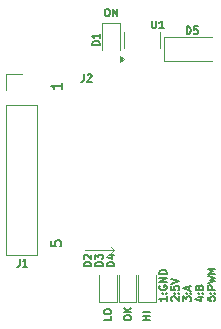
<source format=gbr>
%TF.GenerationSoftware,KiCad,Pcbnew,8.0.6-8.0.6-0~ubuntu24.04.1*%
%TF.CreationDate,2024-12-03T19:51:49-08:00*%
%TF.ProjectId,mag-encoder,6d61672d-656e-4636-9f64-65722e6b6963,4*%
%TF.SameCoordinates,Original*%
%TF.FileFunction,Legend,Top*%
%TF.FilePolarity,Positive*%
%FSLAX46Y46*%
G04 Gerber Fmt 4.6, Leading zero omitted, Abs format (unit mm)*
G04 Created by KiCad (PCBNEW 8.0.6-8.0.6-0~ubuntu24.04.1) date 2024-12-03 19:51:49*
%MOMM*%
%LPD*%
G01*
G04 APERTURE LIST*
%ADD10C,0.100000*%
%ADD11C,0.152400*%
%ADD12C,0.127000*%
%ADD13C,0.120000*%
G04 APERTURE END LIST*
D10*
X226796600Y-130810000D02*
X229235000Y-130810000D01*
X229235000Y-130810000D02*
X228955600Y-131038600D01*
X229235000Y-130810000D02*
X228955600Y-130581400D01*
D11*
X224800279Y-116687599D02*
X224800279Y-117195599D01*
X224800279Y-116941599D02*
X223911279Y-116941599D01*
X223911279Y-116941599D02*
X224038279Y-117026266D01*
X224038279Y-117026266D02*
X224122946Y-117110933D01*
X224122946Y-117110933D02*
X224165279Y-117195599D01*
D12*
X233700531Y-134738438D02*
X233700531Y-135101295D01*
X233700531Y-134919867D02*
X233065531Y-134919867D01*
X233065531Y-134919867D02*
X233156245Y-134980343D01*
X233156245Y-134980343D02*
X233216721Y-135040819D01*
X233216721Y-135040819D02*
X233246959Y-135101295D01*
X233640054Y-134466295D02*
X233670293Y-134436057D01*
X233670293Y-134436057D02*
X233700531Y-134466295D01*
X233700531Y-134466295D02*
X233670293Y-134496533D01*
X233670293Y-134496533D02*
X233640054Y-134466295D01*
X233640054Y-134466295D02*
X233700531Y-134466295D01*
X233307435Y-134466295D02*
X233337673Y-134436057D01*
X233337673Y-134436057D02*
X233367912Y-134466295D01*
X233367912Y-134466295D02*
X233337673Y-134496533D01*
X233337673Y-134496533D02*
X233307435Y-134466295D01*
X233307435Y-134466295D02*
X233367912Y-134466295D01*
X233095769Y-133831295D02*
X233065531Y-133891771D01*
X233065531Y-133891771D02*
X233065531Y-133982485D01*
X233065531Y-133982485D02*
X233095769Y-134073200D01*
X233095769Y-134073200D02*
X233156245Y-134133676D01*
X233156245Y-134133676D02*
X233216721Y-134163914D01*
X233216721Y-134163914D02*
X233337673Y-134194152D01*
X233337673Y-134194152D02*
X233428388Y-134194152D01*
X233428388Y-134194152D02*
X233549340Y-134163914D01*
X233549340Y-134163914D02*
X233609816Y-134133676D01*
X233609816Y-134133676D02*
X233670293Y-134073200D01*
X233670293Y-134073200D02*
X233700531Y-133982485D01*
X233700531Y-133982485D02*
X233700531Y-133922009D01*
X233700531Y-133922009D02*
X233670293Y-133831295D01*
X233670293Y-133831295D02*
X233640054Y-133801057D01*
X233640054Y-133801057D02*
X233428388Y-133801057D01*
X233428388Y-133801057D02*
X233428388Y-133922009D01*
X233700531Y-133528914D02*
X233065531Y-133528914D01*
X233065531Y-133528914D02*
X233700531Y-133166057D01*
X233700531Y-133166057D02*
X233065531Y-133166057D01*
X233700531Y-132863676D02*
X233065531Y-132863676D01*
X233065531Y-132863676D02*
X233065531Y-132712486D01*
X233065531Y-132712486D02*
X233095769Y-132621771D01*
X233095769Y-132621771D02*
X233156245Y-132561295D01*
X233156245Y-132561295D02*
X233216721Y-132531057D01*
X233216721Y-132531057D02*
X233337673Y-132500819D01*
X233337673Y-132500819D02*
X233428388Y-132500819D01*
X233428388Y-132500819D02*
X233549340Y-132531057D01*
X233549340Y-132531057D02*
X233609816Y-132561295D01*
X233609816Y-132561295D02*
X233670293Y-132621771D01*
X233670293Y-132621771D02*
X233700531Y-132712486D01*
X233700531Y-132712486D02*
X233700531Y-132863676D01*
X234148321Y-135101295D02*
X234118083Y-135071057D01*
X234118083Y-135071057D02*
X234087845Y-135010581D01*
X234087845Y-135010581D02*
X234087845Y-134859390D01*
X234087845Y-134859390D02*
X234118083Y-134798914D01*
X234118083Y-134798914D02*
X234148321Y-134768676D01*
X234148321Y-134768676D02*
X234208797Y-134738438D01*
X234208797Y-134738438D02*
X234269273Y-134738438D01*
X234269273Y-134738438D02*
X234359987Y-134768676D01*
X234359987Y-134768676D02*
X234722845Y-135131533D01*
X234722845Y-135131533D02*
X234722845Y-134738438D01*
X234662368Y-134466295D02*
X234692607Y-134436057D01*
X234692607Y-134436057D02*
X234722845Y-134466295D01*
X234722845Y-134466295D02*
X234692607Y-134496533D01*
X234692607Y-134496533D02*
X234662368Y-134466295D01*
X234662368Y-134466295D02*
X234722845Y-134466295D01*
X234329749Y-134466295D02*
X234359987Y-134436057D01*
X234359987Y-134436057D02*
X234390226Y-134466295D01*
X234390226Y-134466295D02*
X234359987Y-134496533D01*
X234359987Y-134496533D02*
X234329749Y-134466295D01*
X234329749Y-134466295D02*
X234390226Y-134466295D01*
X234087845Y-133861533D02*
X234087845Y-134163914D01*
X234087845Y-134163914D02*
X234390226Y-134194152D01*
X234390226Y-134194152D02*
X234359987Y-134163914D01*
X234359987Y-134163914D02*
X234329749Y-134103438D01*
X234329749Y-134103438D02*
X234329749Y-133952247D01*
X234329749Y-133952247D02*
X234359987Y-133891771D01*
X234359987Y-133891771D02*
X234390226Y-133861533D01*
X234390226Y-133861533D02*
X234450702Y-133831295D01*
X234450702Y-133831295D02*
X234601892Y-133831295D01*
X234601892Y-133831295D02*
X234662368Y-133861533D01*
X234662368Y-133861533D02*
X234692607Y-133891771D01*
X234692607Y-133891771D02*
X234722845Y-133952247D01*
X234722845Y-133952247D02*
X234722845Y-134103438D01*
X234722845Y-134103438D02*
X234692607Y-134163914D01*
X234692607Y-134163914D02*
X234662368Y-134194152D01*
X234087845Y-133649866D02*
X234722845Y-133438200D01*
X234722845Y-133438200D02*
X234087845Y-133226533D01*
X235110159Y-135131533D02*
X235110159Y-134738438D01*
X235110159Y-134738438D02*
X235352063Y-134950105D01*
X235352063Y-134950105D02*
X235352063Y-134859390D01*
X235352063Y-134859390D02*
X235382301Y-134798914D01*
X235382301Y-134798914D02*
X235412540Y-134768676D01*
X235412540Y-134768676D02*
X235473016Y-134738438D01*
X235473016Y-134738438D02*
X235624206Y-134738438D01*
X235624206Y-134738438D02*
X235684682Y-134768676D01*
X235684682Y-134768676D02*
X235714921Y-134798914D01*
X235714921Y-134798914D02*
X235745159Y-134859390D01*
X235745159Y-134859390D02*
X235745159Y-135040819D01*
X235745159Y-135040819D02*
X235714921Y-135101295D01*
X235714921Y-135101295D02*
X235684682Y-135131533D01*
X235684682Y-134466295D02*
X235714921Y-134436057D01*
X235714921Y-134436057D02*
X235745159Y-134466295D01*
X235745159Y-134466295D02*
X235714921Y-134496533D01*
X235714921Y-134496533D02*
X235684682Y-134466295D01*
X235684682Y-134466295D02*
X235745159Y-134466295D01*
X235352063Y-134466295D02*
X235382301Y-134436057D01*
X235382301Y-134436057D02*
X235412540Y-134466295D01*
X235412540Y-134466295D02*
X235382301Y-134496533D01*
X235382301Y-134496533D02*
X235352063Y-134466295D01*
X235352063Y-134466295D02*
X235412540Y-134466295D01*
X235563730Y-134194152D02*
X235563730Y-133891771D01*
X235745159Y-134254628D02*
X235110159Y-134042962D01*
X235110159Y-134042962D02*
X235745159Y-133831295D01*
X236344139Y-134798914D02*
X236767473Y-134798914D01*
X236102235Y-134950105D02*
X236555806Y-135101295D01*
X236555806Y-135101295D02*
X236555806Y-134708200D01*
X236706996Y-134466295D02*
X236737235Y-134436057D01*
X236737235Y-134436057D02*
X236767473Y-134466295D01*
X236767473Y-134466295D02*
X236737235Y-134496533D01*
X236737235Y-134496533D02*
X236706996Y-134466295D01*
X236706996Y-134466295D02*
X236767473Y-134466295D01*
X236374377Y-134466295D02*
X236404615Y-134436057D01*
X236404615Y-134436057D02*
X236434854Y-134466295D01*
X236434854Y-134466295D02*
X236404615Y-134496533D01*
X236404615Y-134496533D02*
X236374377Y-134466295D01*
X236374377Y-134466295D02*
X236434854Y-134466295D01*
X236434854Y-133952247D02*
X236465092Y-133861533D01*
X236465092Y-133861533D02*
X236495330Y-133831295D01*
X236495330Y-133831295D02*
X236555806Y-133801057D01*
X236555806Y-133801057D02*
X236646520Y-133801057D01*
X236646520Y-133801057D02*
X236706996Y-133831295D01*
X236706996Y-133831295D02*
X236737235Y-133861533D01*
X236737235Y-133861533D02*
X236767473Y-133922009D01*
X236767473Y-133922009D02*
X236767473Y-134163914D01*
X236767473Y-134163914D02*
X236132473Y-134163914D01*
X236132473Y-134163914D02*
X236132473Y-133952247D01*
X236132473Y-133952247D02*
X236162711Y-133891771D01*
X236162711Y-133891771D02*
X236192949Y-133861533D01*
X236192949Y-133861533D02*
X236253425Y-133831295D01*
X236253425Y-133831295D02*
X236313901Y-133831295D01*
X236313901Y-133831295D02*
X236374377Y-133861533D01*
X236374377Y-133861533D02*
X236404615Y-133891771D01*
X236404615Y-133891771D02*
X236434854Y-133952247D01*
X236434854Y-133952247D02*
X236434854Y-134163914D01*
X237154787Y-134768676D02*
X237154787Y-135071057D01*
X237154787Y-135071057D02*
X237457168Y-135101295D01*
X237457168Y-135101295D02*
X237426929Y-135071057D01*
X237426929Y-135071057D02*
X237396691Y-135010581D01*
X237396691Y-135010581D02*
X237396691Y-134859390D01*
X237396691Y-134859390D02*
X237426929Y-134798914D01*
X237426929Y-134798914D02*
X237457168Y-134768676D01*
X237457168Y-134768676D02*
X237517644Y-134738438D01*
X237517644Y-134738438D02*
X237668834Y-134738438D01*
X237668834Y-134738438D02*
X237729310Y-134768676D01*
X237729310Y-134768676D02*
X237759549Y-134798914D01*
X237759549Y-134798914D02*
X237789787Y-134859390D01*
X237789787Y-134859390D02*
X237789787Y-135010581D01*
X237789787Y-135010581D02*
X237759549Y-135071057D01*
X237759549Y-135071057D02*
X237729310Y-135101295D01*
X237729310Y-134466295D02*
X237759549Y-134436057D01*
X237759549Y-134436057D02*
X237789787Y-134466295D01*
X237789787Y-134466295D02*
X237759549Y-134496533D01*
X237759549Y-134496533D02*
X237729310Y-134466295D01*
X237729310Y-134466295D02*
X237789787Y-134466295D01*
X237396691Y-134466295D02*
X237426929Y-134436057D01*
X237426929Y-134436057D02*
X237457168Y-134466295D01*
X237457168Y-134466295D02*
X237426929Y-134496533D01*
X237426929Y-134496533D02*
X237396691Y-134466295D01*
X237396691Y-134466295D02*
X237457168Y-134466295D01*
X237789787Y-134163914D02*
X237154787Y-134163914D01*
X237154787Y-134163914D02*
X237154787Y-133922009D01*
X237154787Y-133922009D02*
X237185025Y-133861533D01*
X237185025Y-133861533D02*
X237215263Y-133831295D01*
X237215263Y-133831295D02*
X237275739Y-133801057D01*
X237275739Y-133801057D02*
X237366453Y-133801057D01*
X237366453Y-133801057D02*
X237426929Y-133831295D01*
X237426929Y-133831295D02*
X237457168Y-133861533D01*
X237457168Y-133861533D02*
X237487406Y-133922009D01*
X237487406Y-133922009D02*
X237487406Y-134163914D01*
X237154787Y-133589390D02*
X237789787Y-133438200D01*
X237789787Y-133438200D02*
X237336215Y-133317247D01*
X237336215Y-133317247D02*
X237789787Y-133196295D01*
X237789787Y-133196295D02*
X237154787Y-133045105D01*
X237789787Y-132803200D02*
X237154787Y-132803200D01*
X237154787Y-132803200D02*
X237608358Y-132591533D01*
X237608358Y-132591533D02*
X237154787Y-132379867D01*
X237154787Y-132379867D02*
X237789787Y-132379867D01*
D11*
X223885879Y-130014133D02*
X223885879Y-130437466D01*
X223885879Y-130437466D02*
X224309212Y-130479799D01*
X224309212Y-130479799D02*
X224266879Y-130437466D01*
X224266879Y-130437466D02*
X224224546Y-130352799D01*
X224224546Y-130352799D02*
X224224546Y-130141133D01*
X224224546Y-130141133D02*
X224266879Y-130056466D01*
X224266879Y-130056466D02*
X224309212Y-130014133D01*
X224309212Y-130014133D02*
X224393879Y-129971799D01*
X224393879Y-129971799D02*
X224605546Y-129971799D01*
X224605546Y-129971799D02*
X224690212Y-130014133D01*
X224690212Y-130014133D02*
X224732546Y-130056466D01*
X224732546Y-130056466D02*
X224774879Y-130141133D01*
X224774879Y-130141133D02*
X224774879Y-130352799D01*
X224774879Y-130352799D02*
X224732546Y-130437466D01*
X224732546Y-130437466D02*
X224690212Y-130479799D01*
D12*
X228023559Y-113473290D02*
X227388559Y-113473290D01*
X227388559Y-113473290D02*
X227388559Y-113322100D01*
X227388559Y-113322100D02*
X227418797Y-113231385D01*
X227418797Y-113231385D02*
X227479273Y-113170909D01*
X227479273Y-113170909D02*
X227539749Y-113140671D01*
X227539749Y-113140671D02*
X227660701Y-113110433D01*
X227660701Y-113110433D02*
X227751416Y-113110433D01*
X227751416Y-113110433D02*
X227872368Y-113140671D01*
X227872368Y-113140671D02*
X227932844Y-113170909D01*
X227932844Y-113170909D02*
X227993321Y-113231385D01*
X227993321Y-113231385D02*
X228023559Y-113322100D01*
X228023559Y-113322100D02*
X228023559Y-113473290D01*
X228023559Y-112505671D02*
X228023559Y-112868528D01*
X228023559Y-112687100D02*
X227388559Y-112687100D01*
X227388559Y-112687100D02*
X227479273Y-112747576D01*
X227479273Y-112747576D02*
X227539749Y-112808052D01*
X227539749Y-112808052D02*
X227569987Y-112868528D01*
X228587904Y-110370759D02*
X228708857Y-110370759D01*
X228708857Y-110370759D02*
X228769333Y-110400997D01*
X228769333Y-110400997D02*
X228829809Y-110461473D01*
X228829809Y-110461473D02*
X228860047Y-110582425D01*
X228860047Y-110582425D02*
X228860047Y-110794092D01*
X228860047Y-110794092D02*
X228829809Y-110915044D01*
X228829809Y-110915044D02*
X228769333Y-110975521D01*
X228769333Y-110975521D02*
X228708857Y-111005759D01*
X228708857Y-111005759D02*
X228587904Y-111005759D01*
X228587904Y-111005759D02*
X228527428Y-110975521D01*
X228527428Y-110975521D02*
X228466952Y-110915044D01*
X228466952Y-110915044D02*
X228436714Y-110794092D01*
X228436714Y-110794092D02*
X228436714Y-110582425D01*
X228436714Y-110582425D02*
X228466952Y-110461473D01*
X228466952Y-110461473D02*
X228527428Y-110400997D01*
X228527428Y-110400997D02*
X228587904Y-110370759D01*
X229132190Y-111005759D02*
X229132190Y-110370759D01*
X229132190Y-110370759D02*
X229495047Y-111005759D01*
X229495047Y-111005759D02*
X229495047Y-110370759D01*
X227286959Y-132167690D02*
X226651959Y-132167690D01*
X226651959Y-132167690D02*
X226651959Y-132016500D01*
X226651959Y-132016500D02*
X226682197Y-131925785D01*
X226682197Y-131925785D02*
X226742673Y-131865309D01*
X226742673Y-131865309D02*
X226803149Y-131835071D01*
X226803149Y-131835071D02*
X226924101Y-131804833D01*
X226924101Y-131804833D02*
X227014816Y-131804833D01*
X227014816Y-131804833D02*
X227135768Y-131835071D01*
X227135768Y-131835071D02*
X227196244Y-131865309D01*
X227196244Y-131865309D02*
X227256721Y-131925785D01*
X227256721Y-131925785D02*
X227286959Y-132016500D01*
X227286959Y-132016500D02*
X227286959Y-132167690D01*
X226712435Y-131562928D02*
X226682197Y-131532690D01*
X226682197Y-131532690D02*
X226651959Y-131472214D01*
X226651959Y-131472214D02*
X226651959Y-131321023D01*
X226651959Y-131321023D02*
X226682197Y-131260547D01*
X226682197Y-131260547D02*
X226712435Y-131230309D01*
X226712435Y-131230309D02*
X226772911Y-131200071D01*
X226772911Y-131200071D02*
X226833387Y-131200071D01*
X226833387Y-131200071D02*
X226924101Y-131230309D01*
X226924101Y-131230309D02*
X227286959Y-131593166D01*
X227286959Y-131593166D02*
X227286959Y-131200071D01*
X229005692Y-136432471D02*
X229005692Y-136734852D01*
X229005692Y-136734852D02*
X228370692Y-136734852D01*
X228370692Y-136099852D02*
X228370692Y-135978899D01*
X228370692Y-135978899D02*
X228400930Y-135918423D01*
X228400930Y-135918423D02*
X228461406Y-135857947D01*
X228461406Y-135857947D02*
X228582358Y-135827709D01*
X228582358Y-135827709D02*
X228794025Y-135827709D01*
X228794025Y-135827709D02*
X228914977Y-135857947D01*
X228914977Y-135857947D02*
X228975454Y-135918423D01*
X228975454Y-135918423D02*
X229005692Y-135978899D01*
X229005692Y-135978899D02*
X229005692Y-136099852D01*
X229005692Y-136099852D02*
X228975454Y-136160328D01*
X228975454Y-136160328D02*
X228914977Y-136220804D01*
X228914977Y-136220804D02*
X228794025Y-136251042D01*
X228794025Y-136251042D02*
X228582358Y-136251042D01*
X228582358Y-136251042D02*
X228461406Y-136220804D01*
X228461406Y-136220804D02*
X228400930Y-136160328D01*
X228400930Y-136160328D02*
X228370692Y-136099852D01*
X232434190Y-111386759D02*
X232434190Y-111900806D01*
X232434190Y-111900806D02*
X232464428Y-111961282D01*
X232464428Y-111961282D02*
X232494666Y-111991521D01*
X232494666Y-111991521D02*
X232555142Y-112021759D01*
X232555142Y-112021759D02*
X232676095Y-112021759D01*
X232676095Y-112021759D02*
X232736571Y-111991521D01*
X232736571Y-111991521D02*
X232766809Y-111961282D01*
X232766809Y-111961282D02*
X232797047Y-111900806D01*
X232797047Y-111900806D02*
X232797047Y-111386759D01*
X233432047Y-112021759D02*
X233069190Y-112021759D01*
X233250618Y-112021759D02*
X233250618Y-111386759D01*
X233250618Y-111386759D02*
X233190142Y-111477473D01*
X233190142Y-111477473D02*
X233129666Y-111537949D01*
X233129666Y-111537949D02*
X233069190Y-111568187D01*
X226711933Y-115907959D02*
X226711933Y-116361530D01*
X226711933Y-116361530D02*
X226681694Y-116452244D01*
X226681694Y-116452244D02*
X226621218Y-116512721D01*
X226621218Y-116512721D02*
X226530504Y-116542959D01*
X226530504Y-116542959D02*
X226470028Y-116542959D01*
X226984076Y-115968435D02*
X227014314Y-115938197D01*
X227014314Y-115938197D02*
X227074790Y-115907959D01*
X227074790Y-115907959D02*
X227225981Y-115907959D01*
X227225981Y-115907959D02*
X227286457Y-115938197D01*
X227286457Y-115938197D02*
X227316695Y-115968435D01*
X227316695Y-115968435D02*
X227346933Y-116028911D01*
X227346933Y-116028911D02*
X227346933Y-116089387D01*
X227346933Y-116089387D02*
X227316695Y-116180101D01*
X227316695Y-116180101D02*
X226953838Y-116542959D01*
X226953838Y-116542959D02*
X227346933Y-116542959D01*
X228277559Y-132167690D02*
X227642559Y-132167690D01*
X227642559Y-132167690D02*
X227642559Y-132016500D01*
X227642559Y-132016500D02*
X227672797Y-131925785D01*
X227672797Y-131925785D02*
X227733273Y-131865309D01*
X227733273Y-131865309D02*
X227793749Y-131835071D01*
X227793749Y-131835071D02*
X227914701Y-131804833D01*
X227914701Y-131804833D02*
X228005416Y-131804833D01*
X228005416Y-131804833D02*
X228126368Y-131835071D01*
X228126368Y-131835071D02*
X228186844Y-131865309D01*
X228186844Y-131865309D02*
X228247321Y-131925785D01*
X228247321Y-131925785D02*
X228277559Y-132016500D01*
X228277559Y-132016500D02*
X228277559Y-132167690D01*
X227642559Y-131593166D02*
X227642559Y-131200071D01*
X227642559Y-131200071D02*
X227884463Y-131411738D01*
X227884463Y-131411738D02*
X227884463Y-131321023D01*
X227884463Y-131321023D02*
X227914701Y-131260547D01*
X227914701Y-131260547D02*
X227944940Y-131230309D01*
X227944940Y-131230309D02*
X228005416Y-131200071D01*
X228005416Y-131200071D02*
X228156606Y-131200071D01*
X228156606Y-131200071D02*
X228217082Y-131230309D01*
X228217082Y-131230309D02*
X228247321Y-131260547D01*
X228247321Y-131260547D02*
X228277559Y-131321023D01*
X228277559Y-131321023D02*
X228277559Y-131502452D01*
X228277559Y-131502452D02*
X228247321Y-131562928D01*
X228247321Y-131562928D02*
X228217082Y-131593166D01*
X230038625Y-136613900D02*
X230038625Y-136492947D01*
X230038625Y-136492947D02*
X230068863Y-136432471D01*
X230068863Y-136432471D02*
X230129339Y-136371995D01*
X230129339Y-136371995D02*
X230250291Y-136341757D01*
X230250291Y-136341757D02*
X230461958Y-136341757D01*
X230461958Y-136341757D02*
X230582910Y-136371995D01*
X230582910Y-136371995D02*
X230643387Y-136432471D01*
X230643387Y-136432471D02*
X230673625Y-136492947D01*
X230673625Y-136492947D02*
X230673625Y-136613900D01*
X230673625Y-136613900D02*
X230643387Y-136674376D01*
X230643387Y-136674376D02*
X230582910Y-136734852D01*
X230582910Y-136734852D02*
X230461958Y-136765090D01*
X230461958Y-136765090D02*
X230250291Y-136765090D01*
X230250291Y-136765090D02*
X230129339Y-136734852D01*
X230129339Y-136734852D02*
X230068863Y-136674376D01*
X230068863Y-136674376D02*
X230038625Y-136613900D01*
X230673625Y-136069614D02*
X230038625Y-136069614D01*
X230673625Y-135706757D02*
X230310767Y-135978900D01*
X230038625Y-135706757D02*
X230401482Y-136069614D01*
X221250933Y-131579759D02*
X221250933Y-132033330D01*
X221250933Y-132033330D02*
X221220694Y-132124044D01*
X221220694Y-132124044D02*
X221160218Y-132184521D01*
X221160218Y-132184521D02*
X221069504Y-132214759D01*
X221069504Y-132214759D02*
X221009028Y-132214759D01*
X221885933Y-132214759D02*
X221523076Y-132214759D01*
X221704504Y-132214759D02*
X221704504Y-131579759D01*
X221704504Y-131579759D02*
X221644028Y-131670473D01*
X221644028Y-131670473D02*
X221583552Y-131730949D01*
X221583552Y-131730949D02*
X221523076Y-131761187D01*
X235370309Y-112504359D02*
X235370309Y-111869359D01*
X235370309Y-111869359D02*
X235521499Y-111869359D01*
X235521499Y-111869359D02*
X235612214Y-111899597D01*
X235612214Y-111899597D02*
X235672690Y-111960073D01*
X235672690Y-111960073D02*
X235702928Y-112020549D01*
X235702928Y-112020549D02*
X235733166Y-112141501D01*
X235733166Y-112141501D02*
X235733166Y-112232216D01*
X235733166Y-112232216D02*
X235702928Y-112353168D01*
X235702928Y-112353168D02*
X235672690Y-112413644D01*
X235672690Y-112413644D02*
X235612214Y-112474121D01*
X235612214Y-112474121D02*
X235521499Y-112504359D01*
X235521499Y-112504359D02*
X235370309Y-112504359D01*
X236307690Y-111869359D02*
X236005309Y-111869359D01*
X236005309Y-111869359D02*
X235975071Y-112171740D01*
X235975071Y-112171740D02*
X236005309Y-112141501D01*
X236005309Y-112141501D02*
X236065785Y-112111263D01*
X236065785Y-112111263D02*
X236216976Y-112111263D01*
X236216976Y-112111263D02*
X236277452Y-112141501D01*
X236277452Y-112141501D02*
X236307690Y-112171740D01*
X236307690Y-112171740D02*
X236337928Y-112232216D01*
X236337928Y-112232216D02*
X236337928Y-112383406D01*
X236337928Y-112383406D02*
X236307690Y-112443882D01*
X236307690Y-112443882D02*
X236277452Y-112474121D01*
X236277452Y-112474121D02*
X236216976Y-112504359D01*
X236216976Y-112504359D02*
X236065785Y-112504359D01*
X236065785Y-112504359D02*
X236005309Y-112474121D01*
X236005309Y-112474121D02*
X235975071Y-112443882D01*
X229268159Y-132167690D02*
X228633159Y-132167690D01*
X228633159Y-132167690D02*
X228633159Y-132016500D01*
X228633159Y-132016500D02*
X228663397Y-131925785D01*
X228663397Y-131925785D02*
X228723873Y-131865309D01*
X228723873Y-131865309D02*
X228784349Y-131835071D01*
X228784349Y-131835071D02*
X228905301Y-131804833D01*
X228905301Y-131804833D02*
X228996016Y-131804833D01*
X228996016Y-131804833D02*
X229116968Y-131835071D01*
X229116968Y-131835071D02*
X229177444Y-131865309D01*
X229177444Y-131865309D02*
X229237921Y-131925785D01*
X229237921Y-131925785D02*
X229268159Y-132016500D01*
X229268159Y-132016500D02*
X229268159Y-132167690D01*
X228844825Y-131260547D02*
X229268159Y-131260547D01*
X228602921Y-131411738D02*
X229056492Y-131562928D01*
X229056492Y-131562928D02*
X229056492Y-131169833D01*
X232290759Y-136734852D02*
X231655759Y-136734852D01*
X231958140Y-136734852D02*
X231958140Y-136371995D01*
X232290759Y-136371995D02*
X231655759Y-136371995D01*
X232290759Y-136069614D02*
X231655759Y-136069614D01*
D13*
%TO.C,D1*%
X228246000Y-111545000D02*
X228246000Y-113830000D01*
X229716000Y-111545000D02*
X228246000Y-111545000D01*
X229716000Y-113830000D02*
X229716000Y-111545000D01*
%TO.C,D2*%
X227992000Y-132931000D02*
X227992000Y-135216000D01*
X227992000Y-135216000D02*
X229462000Y-135216000D01*
X229462000Y-135216000D02*
X229462000Y-132931000D01*
%TO.C,U1*%
X230037200Y-113030000D02*
X230037200Y-112380000D01*
X230037200Y-113030000D02*
X230037200Y-113680000D01*
X233157200Y-113030000D02*
X233157200Y-112380000D01*
X233157200Y-113030000D02*
X233157200Y-113680000D01*
X230087200Y-114630000D02*
X229757200Y-114870000D01*
X229757200Y-114390000D01*
X230087200Y-114630000D01*
G36*
X230087200Y-114630000D02*
G01*
X229757200Y-114870000D01*
X229757200Y-114390000D01*
X230087200Y-114630000D01*
G37*
%TO.C,D3*%
X229643000Y-132931000D02*
X229643000Y-135216000D01*
X229643000Y-135216000D02*
X231113000Y-135216000D01*
X231113000Y-135216000D02*
X231113000Y-132931000D01*
%TO.C,J1*%
X220081800Y-115891000D02*
X221411800Y-115891000D01*
X220081800Y-117221000D02*
X220081800Y-115891000D01*
X220081800Y-118491000D02*
X220081800Y-131251000D01*
X220081800Y-118491000D02*
X222741800Y-118491000D01*
X220081800Y-131251000D02*
X222741800Y-131251000D01*
X222741800Y-118491000D02*
X222741800Y-131251000D01*
%TO.C,D5*%
X233479000Y-112792000D02*
X233479000Y-114792000D01*
X233479000Y-112792000D02*
X237489000Y-112792000D01*
X233479000Y-114792000D02*
X237489000Y-114792000D01*
%TO.C,D4*%
X231294000Y-132931000D02*
X231294000Y-135216000D01*
X231294000Y-135216000D02*
X232764000Y-135216000D01*
X232764000Y-135216000D02*
X232764000Y-132931000D01*
%TD*%
M02*

</source>
